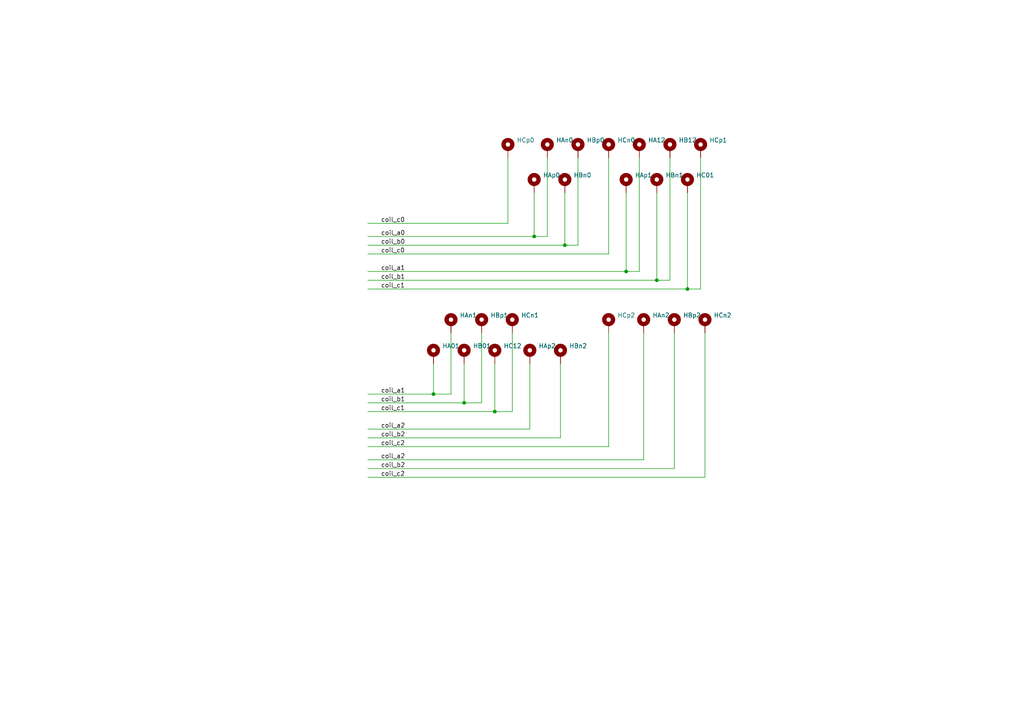
<source format=kicad_sch>
(kicad_sch
	(version 20250114)
	(generator "eeschema")
	(generator_version "9.0")
	(uuid "fc83b8f2-910e-486d-b569-ea5f211de3f3")
	(paper "A4")
	(lib_symbols
		(symbol "Mechanical:MountingHole_Pad"
			(pin_numbers
				(hide yes)
			)
			(pin_names
				(offset 1.016)
				(hide yes)
			)
			(exclude_from_sim no)
			(in_bom no)
			(on_board yes)
			(property "Reference" "H"
				(at 0 6.35 0)
				(effects
					(font
						(size 1.27 1.27)
					)
				)
			)
			(property "Value" "MountingHole_Pad"
				(at 0 4.445 0)
				(effects
					(font
						(size 1.27 1.27)
					)
				)
			)
			(property "Footprint" ""
				(at 0 0 0)
				(effects
					(font
						(size 1.27 1.27)
					)
					(hide yes)
				)
			)
			(property "Datasheet" "~"
				(at 0 0 0)
				(effects
					(font
						(size 1.27 1.27)
					)
					(hide yes)
				)
			)
			(property "Description" "Mounting Hole with connection"
				(at 0 0 0)
				(effects
					(font
						(size 1.27 1.27)
					)
					(hide yes)
				)
			)
			(property "ki_keywords" "mounting hole"
				(at 0 0 0)
				(effects
					(font
						(size 1.27 1.27)
					)
					(hide yes)
				)
			)
			(property "ki_fp_filters" "MountingHole*Pad*"
				(at 0 0 0)
				(effects
					(font
						(size 1.27 1.27)
					)
					(hide yes)
				)
			)
			(symbol "MountingHole_Pad_0_1"
				(circle
					(center 0 1.27)
					(radius 1.27)
					(stroke
						(width 1.27)
						(type default)
					)
					(fill
						(type none)
					)
				)
			)
			(symbol "MountingHole_Pad_1_1"
				(pin input line
					(at 0 -2.54 90)
					(length 2.54)
					(name "1"
						(effects
							(font
								(size 1.27 1.27)
							)
						)
					)
					(number "1"
						(effects
							(font
								(size 1.27 1.27)
							)
						)
					)
				)
			)
			(embedded_fonts no)
		)
	)
	(junction
		(at 163.83 71.12)
		(diameter 0)
		(color 0 0 0 0)
		(uuid "1c423906-aa3b-4291-b222-877cda71917e")
	)
	(junction
		(at 154.94 68.58)
		(diameter 0)
		(color 0 0 0 0)
		(uuid "20ee31a8-9752-4c00-be68-c5a18e81565e")
	)
	(junction
		(at 143.51 119.38)
		(diameter 0)
		(color 0 0 0 0)
		(uuid "2cd2b3b5-8add-42e3-9787-e61f1b61a3d2")
	)
	(junction
		(at 134.62 116.84)
		(diameter 0)
		(color 0 0 0 0)
		(uuid "3c8a75e8-283d-4e2b-a005-df8aec473ac1")
	)
	(junction
		(at 190.5 81.28)
		(diameter 0)
		(color 0 0 0 0)
		(uuid "998490eb-c7bb-4373-986b-219832050b61")
	)
	(junction
		(at 125.73 114.3)
		(diameter 0)
		(color 0 0 0 0)
		(uuid "9d283671-1edd-4ac9-9a13-bdd341e0bcf2")
	)
	(junction
		(at 181.61 78.74)
		(diameter 0)
		(color 0 0 0 0)
		(uuid "a071305a-4bb2-4306-b08a-b6bb9b83e7fc")
	)
	(junction
		(at 199.39 83.82)
		(diameter 0)
		(color 0 0 0 0)
		(uuid "ae73b017-0913-4aa6-8b4d-828984b18483")
	)
	(wire
		(pts
			(xy 106.68 135.89) (xy 195.58 135.89)
		)
		(stroke
			(width 0)
			(type default)
		)
		(uuid "00b445d0-a8ab-4d02-8c0a-d4f228e40ec1")
	)
	(wire
		(pts
			(xy 190.5 81.28) (xy 194.31 81.28)
		)
		(stroke
			(width 0)
			(type default)
		)
		(uuid "09d7ea96-359f-4d24-9047-473297be3205")
	)
	(wire
		(pts
			(xy 106.68 78.74) (xy 181.61 78.74)
		)
		(stroke
			(width 0)
			(type default)
		)
		(uuid "0aa83beb-8413-485d-9a07-054dcf9467bd")
	)
	(wire
		(pts
			(xy 181.61 78.74) (xy 185.42 78.74)
		)
		(stroke
			(width 0)
			(type default)
		)
		(uuid "0ad714e6-caa9-43d0-9cce-49cd5bc84396")
	)
	(wire
		(pts
			(xy 176.53 129.54) (xy 176.53 96.52)
		)
		(stroke
			(width 0)
			(type default)
		)
		(uuid "170caed5-100d-41ce-908c-d1a4c777d14d")
	)
	(wire
		(pts
			(xy 163.83 71.12) (xy 163.83 55.88)
		)
		(stroke
			(width 0)
			(type default)
		)
		(uuid "1cfc267b-27ae-4f9f-9f36-659c35cec088")
	)
	(wire
		(pts
			(xy 143.51 119.38) (xy 148.59 119.38)
		)
		(stroke
			(width 0)
			(type default)
		)
		(uuid "1f42daf6-8c9f-48fc-9c23-b5816df48631")
	)
	(wire
		(pts
			(xy 194.31 81.28) (xy 194.31 45.72)
		)
		(stroke
			(width 0)
			(type default)
		)
		(uuid "20eafb98-a5ec-451d-8aa4-f76fb7180ead")
	)
	(wire
		(pts
			(xy 134.62 105.41) (xy 134.62 116.84)
		)
		(stroke
			(width 0)
			(type default)
		)
		(uuid "2497033e-4a95-447d-b116-d96192998c1b")
	)
	(wire
		(pts
			(xy 147.32 64.77) (xy 147.32 45.72)
		)
		(stroke
			(width 0)
			(type default)
		)
		(uuid "2fe5bea4-0b42-4d7a-ae18-a47518c2c3c4")
	)
	(wire
		(pts
			(xy 106.68 73.66) (xy 176.53 73.66)
		)
		(stroke
			(width 0)
			(type default)
		)
		(uuid "3aa6a8f7-b2b4-46b6-bd3d-408122b0d187")
	)
	(wire
		(pts
			(xy 143.51 105.41) (xy 143.51 119.38)
		)
		(stroke
			(width 0)
			(type default)
		)
		(uuid "3cda02e5-fe38-4a23-8edb-63cd337586d4")
	)
	(wire
		(pts
			(xy 139.7 116.84) (xy 139.7 96.52)
		)
		(stroke
			(width 0)
			(type default)
		)
		(uuid "45982fdd-1835-42f8-931c-c9825cb46bdd")
	)
	(wire
		(pts
			(xy 125.73 105.41) (xy 125.73 114.3)
		)
		(stroke
			(width 0)
			(type default)
		)
		(uuid "5950370c-c3a2-4655-a67e-ad467ef4f3f3")
	)
	(wire
		(pts
			(xy 106.68 138.43) (xy 204.47 138.43)
		)
		(stroke
			(width 0)
			(type default)
		)
		(uuid "5fd4c0a1-4903-4869-9e61-dc871e62d2ec")
	)
	(wire
		(pts
			(xy 106.68 129.54) (xy 176.53 129.54)
		)
		(stroke
			(width 0)
			(type default)
		)
		(uuid "66f12d07-77e6-454d-8d4e-1764137c9001")
	)
	(wire
		(pts
			(xy 162.56 127) (xy 162.56 105.41)
		)
		(stroke
			(width 0)
			(type default)
		)
		(uuid "6ae22684-8f9a-4593-aef3-84ea8e07dd40")
	)
	(wire
		(pts
			(xy 154.94 55.88) (xy 154.94 68.58)
		)
		(stroke
			(width 0)
			(type default)
		)
		(uuid "6eda3407-c214-423e-b106-630716a94e40")
	)
	(wire
		(pts
			(xy 106.68 81.28) (xy 190.5 81.28)
		)
		(stroke
			(width 0)
			(type default)
		)
		(uuid "73a6ba80-1d82-44d6-a6cc-ddee3ebaa514")
	)
	(wire
		(pts
			(xy 176.53 73.66) (xy 176.53 45.72)
		)
		(stroke
			(width 0)
			(type default)
		)
		(uuid "7716bbbd-6285-41b2-a0d8-7fdf9ff19e82")
	)
	(wire
		(pts
			(xy 163.83 71.12) (xy 167.64 71.12)
		)
		(stroke
			(width 0)
			(type default)
		)
		(uuid "7aad9e74-4e71-4986-9c44-251fc91db24d")
	)
	(wire
		(pts
			(xy 154.94 68.58) (xy 158.75 68.58)
		)
		(stroke
			(width 0)
			(type default)
		)
		(uuid "7d5b2b9b-e0c9-4b97-9289-e3badfcd081d")
	)
	(wire
		(pts
			(xy 130.81 114.3) (xy 130.81 96.52)
		)
		(stroke
			(width 0)
			(type default)
		)
		(uuid "7ff105d8-5e41-4b42-a1d8-91bdfa3c62f4")
	)
	(wire
		(pts
			(xy 167.64 71.12) (xy 167.64 45.72)
		)
		(stroke
			(width 0)
			(type default)
		)
		(uuid "8677d79b-ad32-443f-a2be-1be8fb390a8f")
	)
	(wire
		(pts
			(xy 203.2 83.82) (xy 203.2 45.72)
		)
		(stroke
			(width 0)
			(type default)
		)
		(uuid "893daabf-120a-424d-9ea7-03519dee3257")
	)
	(wire
		(pts
			(xy 148.59 119.38) (xy 148.59 96.52)
		)
		(stroke
			(width 0)
			(type default)
		)
		(uuid "8d0886a7-010d-471e-bd6c-5a3baae0b7b1")
	)
	(wire
		(pts
			(xy 106.68 127) (xy 162.56 127)
		)
		(stroke
			(width 0)
			(type default)
		)
		(uuid "8dc2e6f3-4552-4807-848d-4f43e0f10825")
	)
	(wire
		(pts
			(xy 106.68 64.77) (xy 147.32 64.77)
		)
		(stroke
			(width 0)
			(type default)
		)
		(uuid "905e9317-b62e-4129-8879-df9ca54f3ac4")
	)
	(wire
		(pts
			(xy 186.69 133.35) (xy 186.69 96.52)
		)
		(stroke
			(width 0)
			(type default)
		)
		(uuid "979715a1-258c-419a-b6a8-81692484a21c")
	)
	(wire
		(pts
			(xy 181.61 78.74) (xy 181.61 55.88)
		)
		(stroke
			(width 0)
			(type default)
		)
		(uuid "9d258f19-545e-40ac-ad9e-5b14480954c6")
	)
	(wire
		(pts
			(xy 106.68 116.84) (xy 134.62 116.84)
		)
		(stroke
			(width 0)
			(type default)
		)
		(uuid "a5cdd81f-8ee2-44f8-9c55-e274967d02ef")
	)
	(wire
		(pts
			(xy 106.68 83.82) (xy 199.39 83.82)
		)
		(stroke
			(width 0)
			(type default)
		)
		(uuid "b619e161-5097-4700-8372-3a028ab894f9")
	)
	(wire
		(pts
			(xy 185.42 78.74) (xy 185.42 45.72)
		)
		(stroke
			(width 0)
			(type default)
		)
		(uuid "b94591e7-2759-4811-9a6c-93889fb72f1b")
	)
	(wire
		(pts
			(xy 106.68 133.35) (xy 186.69 133.35)
		)
		(stroke
			(width 0)
			(type default)
		)
		(uuid "bc162689-30a7-4a82-93e9-3373cc2612e0")
	)
	(wire
		(pts
			(xy 195.58 96.52) (xy 195.58 135.89)
		)
		(stroke
			(width 0)
			(type default)
		)
		(uuid "be419e2b-10c6-4166-bd7a-40b548612212")
	)
	(wire
		(pts
			(xy 158.75 68.58) (xy 158.75 45.72)
		)
		(stroke
			(width 0)
			(type default)
		)
		(uuid "e20b145d-0fd7-4f38-bf59-53bcb0817bfd")
	)
	(wire
		(pts
			(xy 106.68 68.58) (xy 154.94 68.58)
		)
		(stroke
			(width 0)
			(type default)
		)
		(uuid "e45bebc9-93a5-4855-a73f-e678f026e95e")
	)
	(wire
		(pts
			(xy 106.68 114.3) (xy 125.73 114.3)
		)
		(stroke
			(width 0)
			(type default)
		)
		(uuid "e649253d-cba7-416f-bf4a-5904f2e77ccf")
	)
	(wire
		(pts
			(xy 199.39 55.88) (xy 199.39 83.82)
		)
		(stroke
			(width 0)
			(type default)
		)
		(uuid "e928bfbd-4b55-4f95-8da3-9c6b929552df")
	)
	(wire
		(pts
			(xy 199.39 83.82) (xy 203.2 83.82)
		)
		(stroke
			(width 0)
			(type default)
		)
		(uuid "ee8694df-9922-4a92-86d2-41dee979f76b")
	)
	(wire
		(pts
			(xy 204.47 138.43) (xy 204.47 96.52)
		)
		(stroke
			(width 0)
			(type default)
		)
		(uuid "f07f3a93-cef5-4656-b70b-828656e03d66")
	)
	(wire
		(pts
			(xy 125.73 114.3) (xy 130.81 114.3)
		)
		(stroke
			(width 0)
			(type default)
		)
		(uuid "f1b8bce2-bede-4593-bd7c-a277b9477fe7")
	)
	(wire
		(pts
			(xy 153.67 124.46) (xy 153.67 105.41)
		)
		(stroke
			(width 0)
			(type default)
		)
		(uuid "f1e15df1-4290-4590-8973-066e2574b40b")
	)
	(wire
		(pts
			(xy 190.5 81.28) (xy 190.5 55.88)
		)
		(stroke
			(width 0)
			(type default)
		)
		(uuid "f2f2a537-2ef7-4a8c-93ec-e45605b280e1")
	)
	(wire
		(pts
			(xy 134.62 116.84) (xy 139.7 116.84)
		)
		(stroke
			(width 0)
			(type default)
		)
		(uuid "f3bcd3da-6db5-4aae-a229-1c23cafbde47")
	)
	(wire
		(pts
			(xy 106.68 119.38) (xy 143.51 119.38)
		)
		(stroke
			(width 0)
			(type default)
		)
		(uuid "f80489d8-0106-4b19-81df-64aecb753c2c")
	)
	(wire
		(pts
			(xy 106.68 71.12) (xy 163.83 71.12)
		)
		(stroke
			(width 0)
			(type default)
		)
		(uuid "fcb49b33-5f28-4810-8599-fdd57bfce745")
	)
	(wire
		(pts
			(xy 106.68 124.46) (xy 153.67 124.46)
		)
		(stroke
			(width 0)
			(type default)
		)
		(uuid "ffa613a7-a7bf-4907-9a00-679636a3ad27")
	)
	(label "coil_c2"
		(at 110.49 138.43 0)
		(effects
			(font
				(size 1.27 1.27)
			)
			(justify left bottom)
		)
		(uuid "0ad7cafd-8273-4e18-9fd7-142b6acad550")
	)
	(label "coil_c0"
		(at 110.49 73.66 0)
		(effects
			(font
				(size 1.27 1.27)
			)
			(justify left bottom)
		)
		(uuid "2019f268-f55a-439e-9ff4-fa75d03ac511")
	)
	(label "coil_c0"
		(at 110.49 64.77 0)
		(effects
			(font
				(size 1.27 1.27)
			)
			(justify left bottom)
		)
		(uuid "46da010d-8213-4dc9-8df8-c6e86b7ea760")
	)
	(label "coil_c1"
		(at 110.49 119.38 0)
		(effects
			(font
				(size 1.27 1.27)
			)
			(justify left bottom)
		)
		(uuid "517536b4-593e-4a98-9562-fdb1f69e8a11")
	)
	(label "coil_c1"
		(at 110.49 83.82 0)
		(effects
			(font
				(size 1.27 1.27)
			)
			(justify left bottom)
		)
		(uuid "734e86a4-cd30-431d-8aca-8257398be167")
	)
	(label "coil_a2"
		(at 110.49 133.35 0)
		(effects
			(font
				(size 1.27 1.27)
			)
			(justify left bottom)
		)
		(uuid "735853a3-a678-4dba-ac0b-5f5abe8f0b8b")
	)
	(label "coil_a1"
		(at 110.49 114.3 0)
		(effects
			(font
				(size 1.27 1.27)
			)
			(justify left bottom)
		)
		(uuid "769ab3b0-a439-4b63-a568-aa64fb7a1a17")
	)
	(label "coil_a1"
		(at 110.49 78.74 0)
		(effects
			(font
				(size 1.27 1.27)
			)
			(justify left bottom)
		)
		(uuid "7e560ba1-ef68-4713-99db-2832debe68d1")
	)
	(label "coil_b0"
		(at 110.49 71.12 0)
		(effects
			(font
				(size 1.27 1.27)
			)
			(justify left bottom)
		)
		(uuid "891921f9-22a6-4b4a-87f3-5cc4f70732cf")
	)
	(label "coil_b1"
		(at 110.49 116.84 0)
		(effects
			(font
				(size 1.27 1.27)
			)
			(justify left bottom)
		)
		(uuid "90e1e50b-6fab-4962-a19b-2e737bf2d963")
	)
	(label "coil_b2"
		(at 110.49 135.89 0)
		(effects
			(font
				(size 1.27 1.27)
			)
			(justify left bottom)
		)
		(uuid "a8dcbc93-dec5-4762-b92c-bd57c127dab0")
	)
	(label "coil_b1"
		(at 110.49 81.28 0)
		(effects
			(font
				(size 1.27 1.27)
			)
			(justify left bottom)
		)
		(uuid "d7c46c90-eb88-426a-b9ff-4f40418c4600")
	)
	(label "coil_c2"
		(at 110.49 129.54 0)
		(effects
			(font
				(size 1.27 1.27)
			)
			(justify left bottom)
		)
		(uuid "de9b9ee6-524b-4a6e-8072-f83ac02593a4")
	)
	(label "coil_a2"
		(at 110.49 124.46 0)
		(effects
			(font
				(size 1.27 1.27)
			)
			(justify left bottom)
		)
		(uuid "f5a1c77d-9414-470a-b396-6ceb842d9a4a")
	)
	(label "coil_b2"
		(at 110.49 127 0)
		(effects
			(font
				(size 1.27 1.27)
			)
			(justify left bottom)
		)
		(uuid "f7cb527a-e613-4253-88b4-aaaff07fc611")
	)
	(label "coil_a0"
		(at 110.49 68.58 0)
		(effects
			(font
				(size 1.27 1.27)
			)
			(justify left bottom)
		)
		(uuid "fca730ea-114c-4079-98e9-ed9cab83cd30")
	)
	(symbol
		(lib_id "Mechanical:MountingHole_Pad")
		(at 139.7 93.98 0)
		(unit 1)
		(exclude_from_sim no)
		(in_bom no)
		(on_board yes)
		(dnp no)
		(fields_autoplaced yes)
		(uuid "013b6dc1-0388-4c49-a09e-f2857e697362")
		(property "Reference" "HBp1"
			(at 142.24 91.4399 0)
			(effects
				(font
					(size 1.27 1.27)
				)
				(justify left)
			)
		)
		(property "Value" "MountingHole_Pad"
			(at 142.24 93.9799 0)
			(effects
				(font
					(size 1.27 1.27)
				)
				(justify left)
				(hide yes)
			)
		)
		(property "Footprint" "TestPoint:TestPoint_THTPad_D2.0mm_Drill1.0mm"
			(at 139.7 93.98 0)
			(effects
				(font
					(size 1.27 1.27)
				)
				(hide yes)
			)
		)
		(property "Datasheet" "~"
			(at 139.7 93.98 0)
			(effects
				(font
					(size 1.27 1.27)
				)
				(hide yes)
			)
		)
		(property "Description" "Mounting Hole with connection"
			(at 139.7 93.98 0)
			(effects
				(font
					(size 1.27 1.27)
				)
				(hide yes)
			)
		)
		(pin "1"
			(uuid "d324bce0-c9df-4c41-bc13-21ceb374da86")
		)
		(instances
			(project "Radial_Winding_Stator"
				(path "/fc83b8f2-910e-486d-b569-ea5f211de3f3"
					(reference "HBp1")
					(unit 1)
				)
			)
		)
	)
	(symbol
		(lib_id "Mechanical:MountingHole_Pad")
		(at 154.94 53.34 0)
		(unit 1)
		(exclude_from_sim no)
		(in_bom no)
		(on_board yes)
		(dnp no)
		(fields_autoplaced yes)
		(uuid "0572e3d3-da73-465f-9c2d-50d57d119ebf")
		(property "Reference" "HAp0"
			(at 157.48 50.7999 0)
			(effects
				(font
					(size 1.27 1.27)
				)
				(justify left)
			)
		)
		(property "Value" "MountingHole_Pad"
			(at 157.48 53.3399 0)
			(effects
				(font
					(size 1.27 1.27)
				)
				(justify left)
				(hide yes)
			)
		)
		(property "Footprint" "TestPoint:TestPoint_THTPad_D2.0mm_Drill1.0mm"
			(at 154.94 53.34 0)
			(effects
				(font
					(size 1.27 1.27)
				)
				(hide yes)
			)
		)
		(property "Datasheet" "~"
			(at 154.94 53.34 0)
			(effects
				(font
					(size 1.27 1.27)
				)
				(hide yes)
			)
		)
		(property "Description" "Mounting Hole with connection"
			(at 154.94 53.34 0)
			(effects
				(font
					(size 1.27 1.27)
				)
				(hide yes)
			)
		)
		(pin "1"
			(uuid "848094aa-64c2-4f71-93e2-cc5f082c57a1")
		)
		(instances
			(project "Radial_Winding_Stator"
				(path "/fc83b8f2-910e-486d-b569-ea5f211de3f3"
					(reference "HAp0")
					(unit 1)
				)
			)
		)
	)
	(symbol
		(lib_id "Mechanical:MountingHole_Pad")
		(at 153.67 102.87 0)
		(unit 1)
		(exclude_from_sim no)
		(in_bom no)
		(on_board yes)
		(dnp no)
		(fields_autoplaced yes)
		(uuid "204ca693-605a-4eb0-ba3b-04772f3d989a")
		(property "Reference" "HAp2"
			(at 156.21 100.3299 0)
			(effects
				(font
					(size 1.27 1.27)
				)
				(justify left)
			)
		)
		(property "Value" "MountingHole_Pad"
			(at 156.21 102.8699 0)
			(effects
				(font
					(size 1.27 1.27)
				)
				(justify left)
				(hide yes)
			)
		)
		(property "Footprint" "TestPoint:TestPoint_THTPad_D2.0mm_Drill1.0mm"
			(at 153.67 102.87 0)
			(effects
				(font
					(size 1.27 1.27)
				)
				(hide yes)
			)
		)
		(property "Datasheet" "~"
			(at 153.67 102.87 0)
			(effects
				(font
					(size 1.27 1.27)
				)
				(hide yes)
			)
		)
		(property "Description" "Mounting Hole with connection"
			(at 153.67 102.87 0)
			(effects
				(font
					(size 1.27 1.27)
				)
				(hide yes)
			)
		)
		(pin "1"
			(uuid "95fce14e-fac4-45f4-ad38-668183565d5a")
		)
		(instances
			(project "Radial_Winding_Stator"
				(path "/fc83b8f2-910e-486d-b569-ea5f211de3f3"
					(reference "HAp2")
					(unit 1)
				)
			)
		)
	)
	(symbol
		(lib_id "Mechanical:MountingHole_Pad")
		(at 167.64 43.18 0)
		(unit 1)
		(exclude_from_sim no)
		(in_bom no)
		(on_board yes)
		(dnp no)
		(fields_autoplaced yes)
		(uuid "21d8f8b7-e162-49f8-80fe-3a9199f37793")
		(property "Reference" "HBp0"
			(at 170.18 40.6399 0)
			(effects
				(font
					(size 1.27 1.27)
				)
				(justify left)
			)
		)
		(property "Value" "MountingHole_Pad"
			(at 170.18 43.1799 0)
			(effects
				(font
					(size 1.27 1.27)
				)
				(justify left)
				(hide yes)
			)
		)
		(property "Footprint" "TestPoint:TestPoint_THTPad_D2.0mm_Drill1.0mm"
			(at 167.64 43.18 0)
			(effects
				(font
					(size 1.27 1.27)
				)
				(hide yes)
			)
		)
		(property "Datasheet" "~"
			(at 167.64 43.18 0)
			(effects
				(font
					(size 1.27 1.27)
				)
				(hide yes)
			)
		)
		(property "Description" "Mounting Hole with connection"
			(at 167.64 43.18 0)
			(effects
				(font
					(size 1.27 1.27)
				)
				(hide yes)
			)
		)
		(pin "1"
			(uuid "29ffa258-9338-453f-9800-c423d964d0d2")
		)
		(instances
			(project "Radial_Winding_Stator"
				(path "/fc83b8f2-910e-486d-b569-ea5f211de3f3"
					(reference "HBp0")
					(unit 1)
				)
			)
		)
	)
	(symbol
		(lib_id "Mechanical:MountingHole_Pad")
		(at 130.81 93.98 0)
		(unit 1)
		(exclude_from_sim no)
		(in_bom no)
		(on_board yes)
		(dnp no)
		(fields_autoplaced yes)
		(uuid "27b14d05-aa62-4ac8-98b4-7ef46207d909")
		(property "Reference" "HAn1"
			(at 133.35 91.4399 0)
			(effects
				(font
					(size 1.27 1.27)
				)
				(justify left)
			)
		)
		(property "Value" "MountingHole_Pad"
			(at 133.35 93.9799 0)
			(effects
				(font
					(size 1.27 1.27)
				)
				(justify left)
				(hide yes)
			)
		)
		(property "Footprint" "TestPoint:TestPoint_THTPad_D2.0mm_Drill1.0mm"
			(at 130.81 93.98 0)
			(effects
				(font
					(size 1.27 1.27)
				)
				(hide yes)
			)
		)
		(property "Datasheet" "~"
			(at 130.81 93.98 0)
			(effects
				(font
					(size 1.27 1.27)
				)
				(hide yes)
			)
		)
		(property "Description" "Mounting Hole with connection"
			(at 130.81 93.98 0)
			(effects
				(font
					(size 1.27 1.27)
				)
				(hide yes)
			)
		)
		(pin "1"
			(uuid "e4538abf-071b-4545-b86f-b789ee717482")
		)
		(instances
			(project "Radial_Winding_Stator"
				(path "/fc83b8f2-910e-486d-b569-ea5f211de3f3"
					(reference "HAn1")
					(unit 1)
				)
			)
		)
	)
	(symbol
		(lib_id "Mechanical:MountingHole_Pad")
		(at 203.2 43.18 0)
		(unit 1)
		(exclude_from_sim no)
		(in_bom no)
		(on_board yes)
		(dnp no)
		(fields_autoplaced yes)
		(uuid "2b0e9905-b74c-4da6-b967-9aff2943205c")
		(property "Reference" "HCp1"
			(at 205.74 40.6399 0)
			(effects
				(font
					(size 1.27 1.27)
				)
				(justify left)
			)
		)
		(property "Value" "MountingHole_Pad"
			(at 205.74 43.1799 0)
			(effects
				(font
					(size 1.27 1.27)
				)
				(justify left)
				(hide yes)
			)
		)
		(property "Footprint" "TestPoint:TestPoint_THTPad_D2.0mm_Drill1.0mm"
			(at 203.2 43.18 0)
			(effects
				(font
					(size 1.27 1.27)
				)
				(hide yes)
			)
		)
		(property "Datasheet" "~"
			(at 203.2 43.18 0)
			(effects
				(font
					(size 1.27 1.27)
				)
				(hide yes)
			)
		)
		(property "Description" "Mounting Hole with connection"
			(at 203.2 43.18 0)
			(effects
				(font
					(size 1.27 1.27)
				)
				(hide yes)
			)
		)
		(pin "1"
			(uuid "98934a33-e09d-4fb2-a111-fd1d0dbc8ff6")
		)
		(instances
			(project "Radial_Winding_Stator"
				(path "/fc83b8f2-910e-486d-b569-ea5f211de3f3"
					(reference "HCp1")
					(unit 1)
				)
			)
		)
	)
	(symbol
		(lib_id "Mechanical:MountingHole_Pad")
		(at 185.42 43.18 0)
		(unit 1)
		(exclude_from_sim no)
		(in_bom no)
		(on_board yes)
		(dnp no)
		(fields_autoplaced yes)
		(uuid "3c38047f-4498-4f4d-be43-67a81bde9124")
		(property "Reference" "HA12"
			(at 187.96 40.6399 0)
			(effects
				(font
					(size 1.27 1.27)
				)
				(justify left)
			)
		)
		(property "Value" "MountingHole_Pad"
			(at 187.96 43.1799 0)
			(effects
				(font
					(size 1.27 1.27)
				)
				(justify left)
				(hide yes)
			)
		)
		(property "Footprint" "TestPoint:TestPoint_THTPad_D2.0mm_Drill1.0mm"
			(at 185.42 43.18 0)
			(effects
				(font
					(size 1.27 1.27)
				)
				(hide yes)
			)
		)
		(property "Datasheet" "~"
			(at 185.42 43.18 0)
			(effects
				(font
					(size 1.27 1.27)
				)
				(hide yes)
			)
		)
		(property "Description" "Mounting Hole with connection"
			(at 185.42 43.18 0)
			(effects
				(font
					(size 1.27 1.27)
				)
				(hide yes)
			)
		)
		(pin "1"
			(uuid "4e0b95ce-9ac6-4d67-b324-53f41ad17748")
		)
		(instances
			(project "Radial_Winding_Stator"
				(path "/fc83b8f2-910e-486d-b569-ea5f211de3f3"
					(reference "HA12")
					(unit 1)
				)
			)
		)
	)
	(symbol
		(lib_id "Mechanical:MountingHole_Pad")
		(at 163.83 53.34 0)
		(unit 1)
		(exclude_from_sim no)
		(in_bom no)
		(on_board yes)
		(dnp no)
		(fields_autoplaced yes)
		(uuid "4709d352-38bf-4194-940a-3737521738bf")
		(property "Reference" "HBn0"
			(at 166.37 50.7999 0)
			(effects
				(font
					(size 1.27 1.27)
				)
				(justify left)
			)
		)
		(property "Value" "MountingHole_Pad"
			(at 166.37 53.3399 0)
			(effects
				(font
					(size 1.27 1.27)
				)
				(justify left)
				(hide yes)
			)
		)
		(property "Footprint" "TestPoint:TestPoint_THTPad_D2.0mm_Drill1.0mm"
			(at 163.83 53.34 0)
			(effects
				(font
					(size 1.27 1.27)
				)
				(hide yes)
			)
		)
		(property "Datasheet" "~"
			(at 163.83 53.34 0)
			(effects
				(font
					(size 1.27 1.27)
				)
				(hide yes)
			)
		)
		(property "Description" "Mounting Hole with connection"
			(at 163.83 53.34 0)
			(effects
				(font
					(size 1.27 1.27)
				)
				(hide yes)
			)
		)
		(pin "1"
			(uuid "7d0e3c68-3436-4ba3-ac91-bc4f73cfa416")
		)
		(instances
			(project "Radial_Winding_Stator"
				(path "/fc83b8f2-910e-486d-b569-ea5f211de3f3"
					(reference "HBn0")
					(unit 1)
				)
			)
		)
	)
	(symbol
		(lib_id "Mechanical:MountingHole_Pad")
		(at 148.59 93.98 0)
		(unit 1)
		(exclude_from_sim no)
		(in_bom no)
		(on_board yes)
		(dnp no)
		(fields_autoplaced yes)
		(uuid "4e7308fa-53fc-412e-851a-604178cfb299")
		(property "Reference" "HCn1"
			(at 151.13 91.4399 0)
			(effects
				(font
					(size 1.27 1.27)
				)
				(justify left)
			)
		)
		(property "Value" "MountingHole_Pad"
			(at 151.13 93.9799 0)
			(effects
				(font
					(size 1.27 1.27)
				)
				(justify left)
				(hide yes)
			)
		)
		(property "Footprint" "TestPoint:TestPoint_THTPad_D2.0mm_Drill1.0mm"
			(at 148.59 93.98 0)
			(effects
				(font
					(size 1.27 1.27)
				)
				(hide yes)
			)
		)
		(property "Datasheet" "~"
			(at 148.59 93.98 0)
			(effects
				(font
					(size 1.27 1.27)
				)
				(hide yes)
			)
		)
		(property "Description" "Mounting Hole with connection"
			(at 148.59 93.98 0)
			(effects
				(font
					(size 1.27 1.27)
				)
				(hide yes)
			)
		)
		(pin "1"
			(uuid "c0d4a776-9912-4395-9b59-81fdfc2cdb3a")
		)
		(instances
			(project "Radial_Winding_Stator"
				(path "/fc83b8f2-910e-486d-b569-ea5f211de3f3"
					(reference "HCn1")
					(unit 1)
				)
			)
		)
	)
	(symbol
		(lib_id "Mechanical:MountingHole_Pad")
		(at 162.56 102.87 0)
		(unit 1)
		(exclude_from_sim no)
		(in_bom no)
		(on_board yes)
		(dnp no)
		(fields_autoplaced yes)
		(uuid "5e98669a-bfd8-43e5-a03a-4a165331b196")
		(property "Reference" "HBn2"
			(at 165.1 100.3299 0)
			(effects
				(font
					(size 1.27 1.27)
				)
				(justify left)
			)
		)
		(property "Value" "MountingHole_Pad"
			(at 165.1 102.8699 0)
			(effects
				(font
					(size 1.27 1.27)
				)
				(justify left)
				(hide yes)
			)
		)
		(property "Footprint" "TestPoint:TestPoint_THTPad_D2.0mm_Drill1.0mm"
			(at 162.56 102.87 0)
			(effects
				(font
					(size 1.27 1.27)
				)
				(hide yes)
			)
		)
		(property "Datasheet" "~"
			(at 162.56 102.87 0)
			(effects
				(font
					(size 1.27 1.27)
				)
				(hide yes)
			)
		)
		(property "Description" "Mounting Hole with connection"
			(at 162.56 102.87 0)
			(effects
				(font
					(size 1.27 1.27)
				)
				(hide yes)
			)
		)
		(pin "1"
			(uuid "9dcad8a1-fad8-48ef-b9b1-ee788707ce58")
		)
		(instances
			(project "Radial_Winding_Stator"
				(path "/fc83b8f2-910e-486d-b569-ea5f211de3f3"
					(reference "HBn2")
					(unit 1)
				)
			)
		)
	)
	(symbol
		(lib_id "Mechanical:MountingHole_Pad")
		(at 143.51 102.87 0)
		(unit 1)
		(exclude_from_sim no)
		(in_bom no)
		(on_board yes)
		(dnp no)
		(fields_autoplaced yes)
		(uuid "7b8cc2ab-4887-4eac-b6d3-d5e3566079f1")
		(property "Reference" "HC12"
			(at 146.05 100.3299 0)
			(effects
				(font
					(size 1.27 1.27)
				)
				(justify left)
			)
		)
		(property "Value" "MountingHole_Pad"
			(at 146.05 102.8699 0)
			(effects
				(font
					(size 1.27 1.27)
				)
				(justify left)
				(hide yes)
			)
		)
		(property "Footprint" "TestPoint:TestPoint_THTPad_D2.0mm_Drill1.0mm"
			(at 143.51 102.87 0)
			(effects
				(font
					(size 1.27 1.27)
				)
				(hide yes)
			)
		)
		(property "Datasheet" "~"
			(at 143.51 102.87 0)
			(effects
				(font
					(size 1.27 1.27)
				)
				(hide yes)
			)
		)
		(property "Description" "Mounting Hole with connection"
			(at 143.51 102.87 0)
			(effects
				(font
					(size 1.27 1.27)
				)
				(hide yes)
			)
		)
		(pin "1"
			(uuid "b2e5c0f2-1f3c-4a60-a3e0-04f9970785ee")
		)
		(instances
			(project "Radial_Winding_Stator"
				(path "/fc83b8f2-910e-486d-b569-ea5f211de3f3"
					(reference "HC12")
					(unit 1)
				)
			)
		)
	)
	(symbol
		(lib_id "Mechanical:MountingHole_Pad")
		(at 186.69 93.98 0)
		(unit 1)
		(exclude_from_sim no)
		(in_bom no)
		(on_board yes)
		(dnp no)
		(fields_autoplaced yes)
		(uuid "7e2ab852-d48c-489e-b925-8da476c4dd28")
		(property "Reference" "HAn2"
			(at 189.23 91.4399 0)
			(effects
				(font
					(size 1.27 1.27)
				)
				(justify left)
			)
		)
		(property "Value" "MountingHole_Pad"
			(at 189.23 93.9799 0)
			(effects
				(font
					(size 1.27 1.27)
				)
				(justify left)
				(hide yes)
			)
		)
		(property "Footprint" "TestPoint:TestPoint_THTPad_D2.0mm_Drill1.0mm"
			(at 186.69 93.98 0)
			(effects
				(font
					(size 1.27 1.27)
				)
				(hide yes)
			)
		)
		(property "Datasheet" "~"
			(at 186.69 93.98 0)
			(effects
				(font
					(size 1.27 1.27)
				)
				(hide yes)
			)
		)
		(property "Description" "Mounting Hole with connection"
			(at 186.69 93.98 0)
			(effects
				(font
					(size 1.27 1.27)
				)
				(hide yes)
			)
		)
		(pin "1"
			(uuid "f4f49a07-2d6d-4e0d-bf60-c46c6408858e")
		)
		(instances
			(project "Radial_Winding_Stator"
				(path "/fc83b8f2-910e-486d-b569-ea5f211de3f3"
					(reference "HAn2")
					(unit 1)
				)
			)
		)
	)
	(symbol
		(lib_id "Mechanical:MountingHole_Pad")
		(at 199.39 53.34 0)
		(unit 1)
		(exclude_from_sim no)
		(in_bom no)
		(on_board yes)
		(dnp no)
		(fields_autoplaced yes)
		(uuid "9856627c-f6d8-4bc3-9c97-392a946fe5a3")
		(property "Reference" "HC01"
			(at 201.93 50.7999 0)
			(effects
				(font
					(size 1.27 1.27)
				)
				(justify left)
			)
		)
		(property "Value" "MountingHole_Pad"
			(at 201.93 53.3399 0)
			(effects
				(font
					(size 1.27 1.27)
				)
				(justify left)
				(hide yes)
			)
		)
		(property "Footprint" "TestPoint:TestPoint_THTPad_D2.0mm_Drill1.0mm"
			(at 199.39 53.34 0)
			(effects
				(font
					(size 1.27 1.27)
				)
				(hide yes)
			)
		)
		(property "Datasheet" "~"
			(at 199.39 53.34 0)
			(effects
				(font
					(size 1.27 1.27)
				)
				(hide yes)
			)
		)
		(property "Description" "Mounting Hole with connection"
			(at 199.39 53.34 0)
			(effects
				(font
					(size 1.27 1.27)
				)
				(hide yes)
			)
		)
		(pin "1"
			(uuid "644cfd2e-5b54-4e33-aed7-f21438d5b5c3")
		)
		(instances
			(project "Radial_Winding_Stator"
				(path "/fc83b8f2-910e-486d-b569-ea5f211de3f3"
					(reference "HC01")
					(unit 1)
				)
			)
		)
	)
	(symbol
		(lib_id "Mechanical:MountingHole_Pad")
		(at 204.47 93.98 0)
		(unit 1)
		(exclude_from_sim no)
		(in_bom no)
		(on_board yes)
		(dnp no)
		(fields_autoplaced yes)
		(uuid "9cb187dd-48a0-474b-91e4-7d95b2ca4643")
		(property "Reference" "HCn2"
			(at 207.01 91.4399 0)
			(effects
				(font
					(size 1.27 1.27)
				)
				(justify left)
			)
		)
		(property "Value" "MountingHole_Pad"
			(at 207.01 93.9799 0)
			(effects
				(font
					(size 1.27 1.27)
				)
				(justify left)
				(hide yes)
			)
		)
		(property "Footprint" "TestPoint:TestPoint_THTPad_D2.0mm_Drill1.0mm"
			(at 204.47 93.98 0)
			(effects
				(font
					(size 1.27 1.27)
				)
				(hide yes)
			)
		)
		(property "Datasheet" "~"
			(at 204.47 93.98 0)
			(effects
				(font
					(size 1.27 1.27)
				)
				(hide yes)
			)
		)
		(property "Description" "Mounting Hole with connection"
			(at 204.47 93.98 0)
			(effects
				(font
					(size 1.27 1.27)
				)
				(hide yes)
			)
		)
		(pin "1"
			(uuid "a2299fe9-f52f-4412-a288-4a28acfeb958")
		)
		(instances
			(project "Radial_Winding_Stator"
				(path "/fc83b8f2-910e-486d-b569-ea5f211de3f3"
					(reference "HCn2")
					(unit 1)
				)
			)
		)
	)
	(symbol
		(lib_id "Mechanical:MountingHole_Pad")
		(at 147.32 43.18 0)
		(unit 1)
		(exclude_from_sim no)
		(in_bom no)
		(on_board yes)
		(dnp no)
		(fields_autoplaced yes)
		(uuid "b584d53d-1ee3-4920-868c-393f00c30e71")
		(property "Reference" "HCp0"
			(at 149.86 40.6399 0)
			(effects
				(font
					(size 1.27 1.27)
				)
				(justify left)
			)
		)
		(property "Value" "MountingHole_Pad"
			(at 149.86 43.1799 0)
			(effects
				(font
					(size 1.27 1.27)
				)
				(justify left)
				(hide yes)
			)
		)
		(property "Footprint" "TestPoint:TestPoint_THTPad_D2.0mm_Drill1.0mm"
			(at 147.32 43.18 0)
			(effects
				(font
					(size 1.27 1.27)
				)
				(hide yes)
			)
		)
		(property "Datasheet" "~"
			(at 147.32 43.18 0)
			(effects
				(font
					(size 1.27 1.27)
				)
				(hide yes)
			)
		)
		(property "Description" "Mounting Hole with connection"
			(at 147.32 43.18 0)
			(effects
				(font
					(size 1.27 1.27)
				)
				(hide yes)
			)
		)
		(pin "1"
			(uuid "8322d9e2-178c-4651-81ec-c0f3c634537b")
		)
		(instances
			(project "Radial_Winding_Stator"
				(path "/fc83b8f2-910e-486d-b569-ea5f211de3f3"
					(reference "HCp0")
					(unit 1)
				)
			)
		)
	)
	(symbol
		(lib_id "Mechanical:MountingHole_Pad")
		(at 195.58 93.98 0)
		(unit 1)
		(exclude_from_sim no)
		(in_bom no)
		(on_board yes)
		(dnp no)
		(fields_autoplaced yes)
		(uuid "b8b6c51a-47d9-443d-9029-af837290a757")
		(property "Reference" "HBp2"
			(at 198.12 91.4399 0)
			(effects
				(font
					(size 1.27 1.27)
				)
				(justify left)
			)
		)
		(property "Value" "MountingHole_Pad"
			(at 198.12 93.9799 0)
			(effects
				(font
					(size 1.27 1.27)
				)
				(justify left)
				(hide yes)
			)
		)
		(property "Footprint" "TestPoint:TestPoint_THTPad_D2.0mm_Drill1.0mm"
			(at 195.58 93.98 0)
			(effects
				(font
					(size 1.27 1.27)
				)
				(hide yes)
			)
		)
		(property "Datasheet" "~"
			(at 195.58 93.98 0)
			(effects
				(font
					(size 1.27 1.27)
				)
				(hide yes)
			)
		)
		(property "Description" "Mounting Hole with connection"
			(at 195.58 93.98 0)
			(effects
				(font
					(size 1.27 1.27)
				)
				(hide yes)
			)
		)
		(pin "1"
			(uuid "8ba77aa7-ae19-4694-977b-39dde7a43fa1")
		)
		(instances
			(project "Radial_Winding_Stator"
				(path "/fc83b8f2-910e-486d-b569-ea5f211de3f3"
					(reference "HBp2")
					(unit 1)
				)
			)
		)
	)
	(symbol
		(lib_id "Mechanical:MountingHole_Pad")
		(at 194.31 43.18 0)
		(unit 1)
		(exclude_from_sim no)
		(in_bom no)
		(on_board yes)
		(dnp no)
		(fields_autoplaced yes)
		(uuid "ba44daa4-f64d-4153-9def-13c712498dd6")
		(property "Reference" "HB12"
			(at 196.85 40.6399 0)
			(effects
				(font
					(size 1.27 1.27)
				)
				(justify left)
			)
		)
		(property "Value" "MountingHole_Pad"
			(at 196.85 43.1799 0)
			(effects
				(font
					(size 1.27 1.27)
				)
				(justify left)
				(hide yes)
			)
		)
		(property "Footprint" "TestPoint:TestPoint_THTPad_D2.0mm_Drill1.0mm"
			(at 194.31 43.18 0)
			(effects
				(font
					(size 1.27 1.27)
				)
				(hide yes)
			)
		)
		(property "Datasheet" "~"
			(at 194.31 43.18 0)
			(effects
				(font
					(size 1.27 1.27)
				)
				(hide yes)
			)
		)
		(property "Description" "Mounting Hole with connection"
			(at 194.31 43.18 0)
			(effects
				(font
					(size 1.27 1.27)
				)
				(hide yes)
			)
		)
		(pin "1"
			(uuid "767393cd-26eb-49e3-97f4-34f2c63d1530")
		)
		(instances
			(project "Radial_Winding_Stator"
				(path "/fc83b8f2-910e-486d-b569-ea5f211de3f3"
					(reference "HB12")
					(unit 1)
				)
			)
		)
	)
	(symbol
		(lib_id "Mechanical:MountingHole_Pad")
		(at 176.53 43.18 0)
		(unit 1)
		(exclude_from_sim no)
		(in_bom no)
		(on_board yes)
		(dnp no)
		(fields_autoplaced yes)
		(uuid "c068c8ef-435d-4ace-8cf8-5158bd64226c")
		(property "Reference" "HCn0"
			(at 179.07 40.6399 0)
			(effects
				(font
					(size 1.27 1.27)
				)
				(justify left)
			)
		)
		(property "Value" "MountingHole_Pad"
			(at 179.07 43.1799 0)
			(effects
				(font
					(size 1.27 1.27)
				)
				(justify left)
				(hide yes)
			)
		)
		(property "Footprint" "TestPoint:TestPoint_THTPad_D2.0mm_Drill1.0mm"
			(at 176.53 43.18 0)
			(effects
				(font
					(size 1.27 1.27)
				)
				(hide yes)
			)
		)
		(property "Datasheet" "~"
			(at 176.53 43.18 0)
			(effects
				(font
					(size 1.27 1.27)
				)
				(hide yes)
			)
		)
		(property "Description" "Mounting Hole with connection"
			(at 176.53 43.18 0)
			(effects
				(font
					(size 1.27 1.27)
				)
				(hide yes)
			)
		)
		(pin "1"
			(uuid "88105175-4edb-4563-ae15-53bb3f7ecd84")
		)
		(instances
			(project "Radial_Winding_Stator"
				(path "/fc83b8f2-910e-486d-b569-ea5f211de3f3"
					(reference "HCn0")
					(unit 1)
				)
			)
		)
	)
	(symbol
		(lib_id "Mechanical:MountingHole_Pad")
		(at 158.75 43.18 0)
		(unit 1)
		(exclude_from_sim no)
		(in_bom no)
		(on_board yes)
		(dnp no)
		(fields_autoplaced yes)
		(uuid "c826c739-c671-4f30-9101-6aaf27788f53")
		(property "Reference" "HAn0"
			(at 161.29 40.6399 0)
			(effects
				(font
					(size 1.27 1.27)
				)
				(justify left)
			)
		)
		(property "Value" "MountingHole_Pad"
			(at 161.29 43.1799 0)
			(effects
				(font
					(size 1.27 1.27)
				)
				(justify left)
				(hide yes)
			)
		)
		(property "Footprint" "TestPoint:TestPoint_THTPad_D2.0mm_Drill1.0mm"
			(at 158.75 43.18 0)
			(effects
				(font
					(size 1.27 1.27)
				)
				(hide yes)
			)
		)
		(property "Datasheet" "~"
			(at 158.75 43.18 0)
			(effects
				(font
					(size 1.27 1.27)
				)
				(hide yes)
			)
		)
		(property "Description" "Mounting Hole with connection"
			(at 158.75 43.18 0)
			(effects
				(font
					(size 1.27 1.27)
				)
				(hide yes)
			)
		)
		(pin "1"
			(uuid "37b1edc0-970a-4db8-8789-8cab068cd2bb")
		)
		(instances
			(project "Radial_Winding_Stator"
				(path "/fc83b8f2-910e-486d-b569-ea5f211de3f3"
					(reference "HAn0")
					(unit 1)
				)
			)
		)
	)
	(symbol
		(lib_id "Mechanical:MountingHole_Pad")
		(at 176.53 93.98 0)
		(unit 1)
		(exclude_from_sim no)
		(in_bom no)
		(on_board yes)
		(dnp no)
		(fields_autoplaced yes)
		(uuid "d9a3068c-4365-4be4-8e40-dbe8b6eaecf3")
		(property "Reference" "HCp2"
			(at 179.07 91.4399 0)
			(effects
				(font
					(size 1.27 1.27)
				)
				(justify left)
			)
		)
		(property "Value" "MountingHole_Pad"
			(at 179.07 93.9799 0)
			(effects
				(font
					(size 1.27 1.27)
				)
				(justify left)
				(hide yes)
			)
		)
		(property "Footprint" "TestPoint:TestPoint_THTPad_D2.0mm_Drill1.0mm"
			(at 176.53 93.98 0)
			(effects
				(font
					(size 1.27 1.27)
				)
				(hide yes)
			)
		)
		(property "Datasheet" "~"
			(at 176.53 93.98 0)
			(effects
				(font
					(size 1.27 1.27)
				)
				(hide yes)
			)
		)
		(property "Description" "Mounting Hole with connection"
			(at 176.53 93.98 0)
			(effects
				(font
					(size 1.27 1.27)
				)
				(hide yes)
			)
		)
		(pin "1"
			(uuid "b1cd9344-6601-4fc4-80fc-1ccebd7e2d8b")
		)
		(instances
			(project "Radial_Winding_Stator"
				(path "/fc83b8f2-910e-486d-b569-ea5f211de3f3"
					(reference "HCp2")
					(unit 1)
				)
			)
		)
	)
	(symbol
		(lib_id "Mechanical:MountingHole_Pad")
		(at 190.5 53.34 0)
		(unit 1)
		(exclude_from_sim no)
		(in_bom no)
		(on_board yes)
		(dnp no)
		(fields_autoplaced yes)
		(uuid "e3dd4524-8862-45a4-8c0c-4e6be5029e59")
		(property "Reference" "HBn1"
			(at 193.04 50.7999 0)
			(effects
				(font
					(size 1.27 1.27)
				)
				(justify left)
			)
		)
		(property "Value" "MountingHole_Pad"
			(at 193.04 53.3399 0)
			(effects
				(font
					(size 1.27 1.27)
				)
				(justify left)
				(hide yes)
			)
		)
		(property "Footprint" "TestPoint:TestPoint_THTPad_D2.0mm_Drill1.0mm"
			(at 190.5 53.34 0)
			(effects
				(font
					(size 1.27 1.27)
				)
				(hide yes)
			)
		)
		(property "Datasheet" "~"
			(at 190.5 53.34 0)
			(effects
				(font
					(size 1.27 1.27)
				)
				(hide yes)
			)
		)
		(property "Description" "Mounting Hole with connection"
			(at 190.5 53.34 0)
			(effects
				(font
					(size 1.27 1.27)
				)
				(hide yes)
			)
		)
		(pin "1"
			(uuid "af17acdd-fd8a-4fba-af3f-8a829761a97a")
		)
		(instances
			(project "Radial_Winding_Stator"
				(path "/fc83b8f2-910e-486d-b569-ea5f211de3f3"
					(reference "HBn1")
					(unit 1)
				)
			)
		)
	)
	(symbol
		(lib_id "Mechanical:MountingHole_Pad")
		(at 181.61 53.34 0)
		(unit 1)
		(exclude_from_sim no)
		(in_bom no)
		(on_board yes)
		(dnp no)
		(fields_autoplaced yes)
		(uuid "e5bed359-7ca6-4d0b-a665-2a3be2b51f5b")
		(property "Reference" "HAp1"
			(at 184.15 50.7999 0)
			(effects
				(font
					(size 1.27 1.27)
				)
				(justify left)
			)
		)
		(property "Value" "MountingHole_Pad"
			(at 184.15 53.3399 0)
			(effects
				(font
					(size 1.27 1.27)
				)
				(justify left)
				(hide yes)
			)
		)
		(property "Footprint" "TestPoint:TestPoint_THTPad_D2.0mm_Drill1.0mm"
			(at 181.61 53.34 0)
			(effects
				(font
					(size 1.27 1.27)
				)
				(hide yes)
			)
		)
		(property "Datasheet" "~"
			(at 181.61 53.34 0)
			(effects
				(font
					(size 1.27 1.27)
				)
				(hide yes)
			)
		)
		(property "Description" "Mounting Hole with connection"
			(at 181.61 53.34 0)
			(effects
				(font
					(size 1.27 1.27)
				)
				(hide yes)
			)
		)
		(pin "1"
			(uuid "dda2c170-f808-4451-8d0a-e90affbaaaca")
		)
		(instances
			(project "Radial_Winding_Stator"
				(path "/fc83b8f2-910e-486d-b569-ea5f211de3f3"
					(reference "HAp1")
					(unit 1)
				)
			)
		)
	)
	(symbol
		(lib_id "Mechanical:MountingHole_Pad")
		(at 125.73 102.87 0)
		(unit 1)
		(exclude_from_sim no)
		(in_bom no)
		(on_board yes)
		(dnp no)
		(fields_autoplaced yes)
		(uuid "eb02cf6a-5aed-47da-ad37-afbecaae358c")
		(property "Reference" "HA01"
			(at 128.27 100.3299 0)
			(effects
				(font
					(size 1.27 1.27)
				)
				(justify left)
			)
		)
		(property "Value" "MountingHole_Pad"
			(at 128.27 102.8699 0)
			(effects
				(font
					(size 1.27 1.27)
				)
				(justify left)
				(hide yes)
			)
		)
		(property "Footprint" "TestPoint:TestPoint_THTPad_D2.0mm_Drill1.0mm"
			(at 125.73 102.87 0)
			(effects
				(font
					(size 1.27 1.27)
				)
				(hide yes)
			)
		)
		(property "Datasheet" "~"
			(at 125.73 102.87 0)
			(effects
				(font
					(size 1.27 1.27)
				)
				(hide yes)
			)
		)
		(property "Description" "Mounting Hole with connection"
			(at 125.73 102.87 0)
			(effects
				(font
					(size 1.27 1.27)
				)
				(hide yes)
			)
		)
		(pin "1"
			(uuid "64d2cf3d-da72-4d90-8168-c880c5a2f0ac")
		)
		(instances
			(project "Radial_Winding_Stator"
				(path "/fc83b8f2-910e-486d-b569-ea5f211de3f3"
					(reference "HA01")
					(unit 1)
				)
			)
		)
	)
	(symbol
		(lib_id "Mechanical:MountingHole_Pad")
		(at 134.62 102.87 0)
		(unit 1)
		(exclude_from_sim no)
		(in_bom no)
		(on_board yes)
		(dnp no)
		(fields_autoplaced yes)
		(uuid "ed1ccff0-0998-410c-a7e6-f1cb3d51a1ac")
		(property "Reference" "HB01"
			(at 137.16 100.3299 0)
			(effects
				(font
					(size 1.27 1.27)
				)
				(justify left)
			)
		)
		(property "Value" "MountingHole_Pad"
			(at 137.16 102.8699 0)
			(effects
				(font
					(size 1.27 1.27)
				)
				(justify left)
				(hide yes)
			)
		)
		(property "Footprint" "TestPoint:TestPoint_THTPad_D2.0mm_Drill1.0mm"
			(at 134.62 102.87 0)
			(effects
				(font
					(size 1.27 1.27)
				)
				(hide yes)
			)
		)
		(property "Datasheet" "~"
			(at 134.62 102.87 0)
			(effects
				(font
					(size 1.27 1.27)
				)
				(hide yes)
			)
		)
		(property "Description" "Mounting Hole with connection"
			(at 134.62 102.87 0)
			(effects
				(font
					(size 1.27 1.27)
				)
				(hide yes)
			)
		)
		(pin "1"
			(uuid "1b3ab651-7cae-4323-b660-7d40a41ad6f4")
		)
		(instances
			(project "Radial_Winding_Stator"
				(path "/fc83b8f2-910e-486d-b569-ea5f211de3f3"
					(reference "HB01")
					(unit 1)
				)
			)
		)
	)
	(sheet_instances
		(path "/"
			(page "1")
		)
	)
	(embedded_fonts no)
)

</source>
